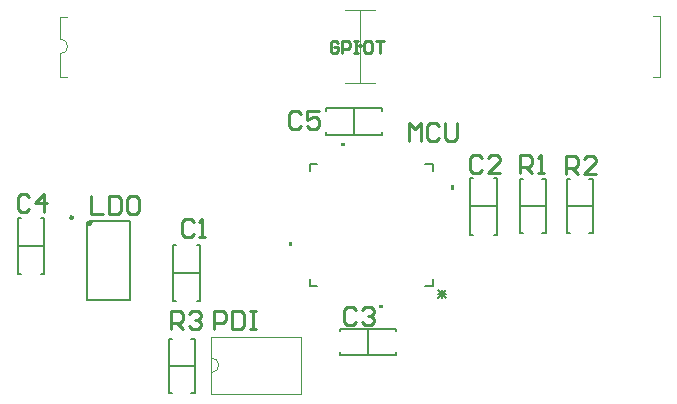
<source format=gto>
G04*
G04 #@! TF.GenerationSoftware,Altium Limited,Altium Designer,18.0.12 (696)*
G04*
G04 Layer_Color=65535*
%FSAX25Y25*%
%MOIN*%
G70*
G01*
G75*
%ADD10C,0.00984*%
%ADD11C,0.00787*%
%ADD12C,0.00394*%
%ADD13C,0.00591*%
%ADD14C,0.00600*%
%ADD15C,0.01000*%
G36*
X0051504Y0150794D02*
X0052685Y0151089D01*
Y0150498D01*
X0051504Y0149317D01*
X0050717D01*
X0051504Y0150794D01*
D02*
G37*
G36*
X0119100Y0142551D02*
X0118100D01*
Y0144051D01*
X0119100D01*
Y0142551D01*
D02*
G37*
G36*
X0148000Y0123100D02*
X0149500D01*
Y0122100D01*
X0148000D01*
Y0123100D01*
D02*
G37*
G36*
X0172100Y0161448D02*
X0173100D01*
Y0162948D01*
X0172100D01*
Y0161448D01*
D02*
G37*
G36*
X0135401Y0176100D02*
X0136901D01*
Y0177100D01*
X0135401D01*
Y0176100D01*
D02*
G37*
D10*
X0046091Y0152073D02*
G03*
X0046091Y0152073I-0000492J0000000D01*
G01*
D11*
X0050913Y0149317D02*
G03*
X0052685Y0151089I0000000J0001772D01*
G01*
X0065284Y0124711D02*
Y0151089D01*
X0050717Y0124711D02*
X0065284D01*
X0050717Y0149317D02*
X0050913D01*
X0050717Y0124711D02*
Y0150203D01*
X0051602Y0151089D01*
X0065284D01*
X0170600Y0125320D02*
X0167976Y0127944D01*
X0170600D02*
X0167976Y0125320D01*
X0170600Y0126632D02*
X0167976D01*
X0169288Y0127944D02*
Y0125320D01*
D12*
X0092200Y0100400D02*
G03*
X0092200Y0105400I0000000J0002500D01*
G01*
X0041853Y0206639D02*
G03*
X0041853Y0211639I0000000J0002500D01*
G01*
X0092200Y0112172D02*
X0122200D01*
Y0093372D02*
Y0112172D01*
X0092200Y0093372D02*
X0122200D01*
X0092200D02*
Y0105400D01*
Y0100400D02*
Y0112172D01*
X0239491Y0199001D02*
X0241833D01*
X0239516Y0219178D02*
X0241859D01*
X0041853Y0199040D02*
X0044195D01*
X0041853Y0219079D02*
X0044195D01*
X0041853Y0199040D02*
Y0206639D01*
X0241833Y0199001D02*
X0241859Y0219178D01*
X0041853Y0211639D02*
Y0219079D01*
X0141813Y0196934D02*
Y0221343D01*
X0136813D02*
X0146813D01*
X0136813Y0196934D02*
X0146813D01*
D13*
X0139800Y0179671D02*
Y0188529D01*
X0149150Y0179671D02*
Y0180655D01*
X0130450Y0179671D02*
X0149150D01*
X0130450D02*
Y0180655D01*
Y0187545D02*
Y0188529D01*
X0149150D01*
Y0187545D02*
Y0188529D01*
X0144400Y0106271D02*
Y0115129D01*
X0153750Y0106271D02*
Y0107255D01*
X0135050Y0106271D02*
X0153750D01*
X0135050D02*
Y0107255D01*
Y0114145D02*
Y0115129D01*
X0153750D01*
Y0114145D02*
Y0115129D01*
X0202550Y0165055D02*
X0203731D01*
Y0146945D02*
Y0165055D01*
X0202550Y0146945D02*
X0203731D01*
X0195069D02*
X0196250D01*
X0195069D02*
Y0165055D01*
X0196250D01*
X0195069Y0156000D02*
X0203731D01*
X0210669Y0146845D02*
X0211850D01*
X0210669D02*
Y0164955D01*
X0211850D01*
X0218150D02*
X0219331D01*
Y0146845D02*
Y0164955D01*
X0218150Y0146845D02*
X0219331D01*
X0210669Y0155900D02*
X0219331D01*
X0078069Y0093645D02*
X0079250D01*
X0078069D02*
Y0111755D01*
X0079250D01*
X0085550D02*
X0086731D01*
Y0093645D02*
Y0111755D01*
X0085550Y0093645D02*
X0086731D01*
X0078069Y0102700D02*
X0086731D01*
X0178471Y0155800D02*
X0187329D01*
X0186345Y0165150D02*
X0187329D01*
Y0146450D02*
Y0165150D01*
X0186345Y0146450D02*
X0187329D01*
X0178471D02*
X0179455D01*
X0178471D02*
Y0165150D01*
X0179455D01*
X0027771Y0142500D02*
X0036629D01*
X0027771Y0133150D02*
X0028755D01*
X0027771D02*
Y0151850D01*
X0028755D01*
X0035645D02*
X0036629D01*
Y0133150D02*
Y0151850D01*
X0035645Y0133150D02*
X0036629D01*
X0079571Y0133500D02*
X0088429D01*
X0079571Y0124150D02*
X0080555D01*
X0079571D02*
Y0142850D01*
X0080555D01*
X0087445D02*
X0088429D01*
Y0124150D02*
Y0142850D01*
X0087445Y0124150D02*
X0088429D01*
D14*
X0163658Y0129200D02*
X0166000D01*
X0125200D02*
Y0131542D01*
X0163658Y0170000D02*
X0166000D01*
X0125200Y0167658D02*
Y0170000D01*
Y0129200D02*
X0127542D01*
X0166000D02*
Y0131542D01*
Y0167658D02*
Y0170000D01*
X0125200D02*
X0127542D01*
D15*
X0142286Y0209139D02*
X0141630D01*
Y0209794D01*
X0142286D01*
Y0209139D01*
X0078750Y0115050D02*
Y0121048D01*
X0081749D01*
X0082749Y0120048D01*
Y0118049D01*
X0081749Y0117049D01*
X0078750D01*
X0080749D02*
X0082749Y0115050D01*
X0084748Y0120048D02*
X0085748Y0121048D01*
X0087747D01*
X0088747Y0120048D01*
Y0119049D01*
X0087747Y0118049D01*
X0086747D01*
X0087747D01*
X0088747Y0117049D01*
Y0116050D01*
X0087747Y0115050D01*
X0085748D01*
X0084748Y0116050D01*
X0210400Y0166500D02*
Y0172498D01*
X0213399D01*
X0214399Y0171498D01*
Y0169499D01*
X0213399Y0168499D01*
X0210400D01*
X0212399D02*
X0214399Y0166500D01*
X0220397D02*
X0216398D01*
X0220397Y0170499D01*
Y0171498D01*
X0219397Y0172498D01*
X0217398D01*
X0216398Y0171498D01*
X0195200Y0167088D02*
Y0173086D01*
X0198199D01*
X0199199Y0172087D01*
Y0170087D01*
X0198199Y0169088D01*
X0195200D01*
X0197199D02*
X0199199Y0167088D01*
X0201198D02*
X0203197D01*
X0202198D01*
Y0173086D01*
X0201198Y0172087D01*
X0093100Y0114800D02*
Y0120798D01*
X0096099D01*
X0097099Y0119798D01*
Y0117799D01*
X0096099Y0116799D01*
X0093100D01*
X0099098Y0120798D02*
Y0114800D01*
X0102097D01*
X0103097Y0115800D01*
Y0119798D01*
X0102097Y0120798D01*
X0099098D01*
X0105096D02*
X0107096D01*
X0106096D01*
Y0114800D01*
X0105096D01*
X0107096D01*
X0158000Y0177600D02*
Y0183598D01*
X0159999Y0181599D01*
X0161999Y0183598D01*
Y0177600D01*
X0167997Y0182598D02*
X0166997Y0183598D01*
X0164998D01*
X0163998Y0182598D01*
Y0178600D01*
X0164998Y0177600D01*
X0166997D01*
X0167997Y0178600D01*
X0169996Y0183598D02*
Y0178600D01*
X0170996Y0177600D01*
X0172995D01*
X0173995Y0178600D01*
Y0183598D01*
X0052300Y0159398D02*
Y0153400D01*
X0056299D01*
X0058298Y0159398D02*
Y0153400D01*
X0061297D01*
X0062297Y0154400D01*
Y0158398D01*
X0061297Y0159398D01*
X0058298D01*
X0067295D02*
X0065296D01*
X0064296Y0158398D01*
Y0154400D01*
X0065296Y0153400D01*
X0067295D01*
X0068295Y0154400D01*
Y0158398D01*
X0067295Y0159398D01*
X0122199Y0186598D02*
X0121199Y0187598D01*
X0119200D01*
X0118200Y0186598D01*
Y0182600D01*
X0119200Y0181600D01*
X0121199D01*
X0122199Y0182600D01*
X0128197Y0187598D02*
X0124198D01*
Y0184599D01*
X0126197Y0185599D01*
X0127197D01*
X0128197Y0184599D01*
Y0182600D01*
X0127197Y0181600D01*
X0125198D01*
X0124198Y0182600D01*
X0140497Y0121198D02*
X0139497Y0122198D01*
X0137498D01*
X0136498Y0121198D01*
Y0117200D01*
X0137498Y0116200D01*
X0139497D01*
X0140497Y0117200D01*
X0142497Y0121198D02*
X0143496Y0122198D01*
X0145495D01*
X0146495Y0121198D01*
Y0120199D01*
X0145495Y0119199D01*
X0144496D01*
X0145495D01*
X0146495Y0118199D01*
Y0117200D01*
X0145495Y0116200D01*
X0143496D01*
X0142497Y0117200D01*
X0182371Y0171998D02*
X0181371Y0172998D01*
X0179372D01*
X0178372Y0171998D01*
Y0168000D01*
X0179372Y0167000D01*
X0181371D01*
X0182371Y0168000D01*
X0188369Y0167000D02*
X0184371D01*
X0188369Y0170999D01*
Y0171998D01*
X0187370Y0172998D01*
X0185370D01*
X0184371Y0171998D01*
X0134624Y0210180D02*
X0133968Y0210836D01*
X0132656D01*
X0132000Y0210180D01*
Y0207556D01*
X0132656Y0206900D01*
X0133968D01*
X0134624Y0207556D01*
Y0208868D01*
X0133312D01*
X0135936Y0206900D02*
Y0210836D01*
X0137904D01*
X0138560Y0210180D01*
Y0208868D01*
X0137904Y0208212D01*
X0135936D01*
X0139872Y0210836D02*
X0141183D01*
X0140527D01*
Y0206900D01*
X0139872D01*
X0141183D01*
X0145119Y0210836D02*
X0143807D01*
X0143151Y0210180D01*
Y0207556D01*
X0143807Y0206900D01*
X0145119D01*
X0145775Y0207556D01*
Y0210180D01*
X0145119Y0210836D01*
X0147087D02*
X0149711D01*
X0148399D01*
Y0206900D01*
X0031636Y0158920D02*
X0030652Y0159904D01*
X0028684D01*
X0027700Y0158920D01*
Y0154984D01*
X0028684Y0154000D01*
X0030652D01*
X0031636Y0154984D01*
X0036555Y0154000D02*
Y0159904D01*
X0033604Y0156952D01*
X0037539D01*
X0086336Y0150620D02*
X0085352Y0151604D01*
X0083384D01*
X0082400Y0150620D01*
Y0146684D01*
X0083384Y0145700D01*
X0085352D01*
X0086336Y0146684D01*
X0088304Y0145700D02*
X0090272D01*
X0089288D01*
Y0151604D01*
X0088304Y0150620D01*
M02*

</source>
